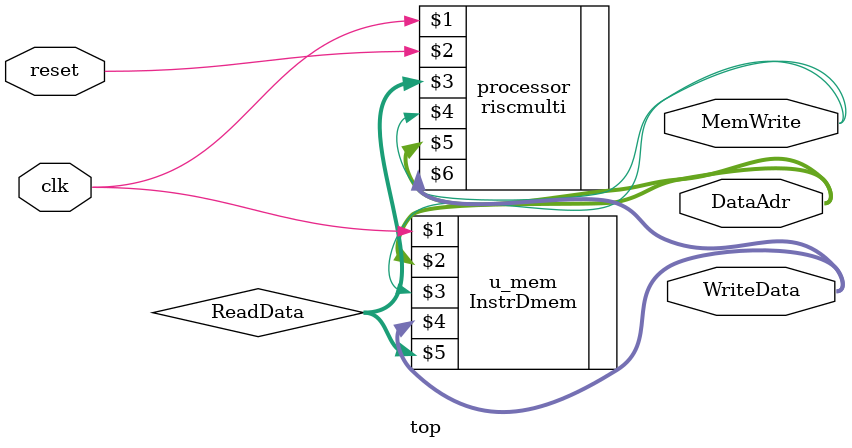
<source format=sv>
module top(input clk, reset,
        output logic [31:0] WriteData, DataAdr,
        output logic MemWrite);


    logic [31:0] ReadData;

    riscmulti processor(clk, reset, ReadData, MemWrite, DataAdr, WriteData);


    InstrDmem u_mem(clk, DataAdr, MemWrite, WriteData, ReadData);
    

    



endmodule



</source>
